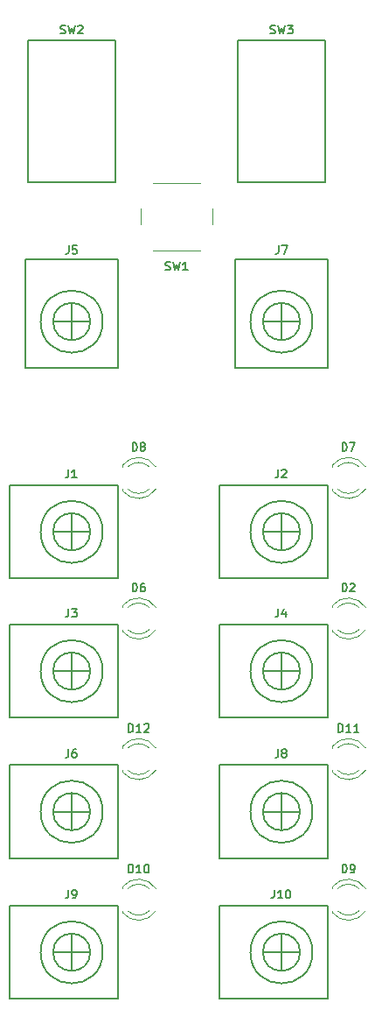
<source format=gbr>
G04 #@! TF.GenerationSoftware,KiCad,Pcbnew,5.0.2-bee76a0~70~ubuntu18.04.1*
G04 #@! TF.CreationDate,2019-01-02T16:22:13+08:00*
G04 #@! TF.ProjectId,Divider,44697669-6465-4722-9e6b-696361645f70,rev?*
G04 #@! TF.SameCoordinates,PX8d9ee20PY6422c40*
G04 #@! TF.FileFunction,Legend,Top*
G04 #@! TF.FilePolarity,Positive*
%FSLAX46Y46*%
G04 Gerber Fmt 4.6, Leading zero omitted, Abs format (unit mm)*
G04 Created by KiCad (PCBNEW 5.0.2-bee76a0~70~ubuntu18.04.1) date Wed Jan  2 16:22:13 2019*
%MOMM*%
%LPD*%
G01*
G04 APERTURE LIST*
%ADD10C,0.150000*%
%ADD11C,0.120000*%
%ADD12C,0.200000*%
G04 APERTURE END LIST*
D10*
G04 #@! TO.C,J10*
X11960000Y-40640000D02*
G75*
G03X11960000Y-40640000I-1800000J0D01*
G01*
X13166659Y-40640000D02*
G75*
G03X13166659Y-40640000I-3006659J0D01*
G01*
X4160000Y-45140000D02*
X14660000Y-45140000D01*
X4160000Y-36140000D02*
X4160000Y-45140000D01*
X14660000Y-36140000D02*
X4160000Y-36140000D01*
X14660000Y-45140000D02*
X14660000Y-36140000D01*
X8360000Y-40640000D02*
X11960000Y-40640000D01*
X10160000Y-38840000D02*
X10160000Y-42440000D01*
D11*
G04 #@! TO.C,SW1*
X2251000Y33719400D02*
X-2249000Y33719400D01*
X3501000Y29719400D02*
X3501000Y31219400D01*
X-2249000Y27219400D02*
X2251000Y27219400D01*
X-3499000Y31219400D02*
X-3499000Y29719400D01*
G04 #@! TO.C,D10*
X-5243000Y-36640000D02*
X-5243000Y-36796000D01*
X-5243000Y-34324000D02*
X-5243000Y-34480000D01*
X-2641870Y-36639837D02*
G75*
G02X-4723961Y-36640000I-1041130J1079837D01*
G01*
X-2641870Y-34480163D02*
G75*
G03X-4723961Y-34480000I-1041130J-1079837D01*
G01*
X-2010665Y-36638608D02*
G75*
G02X-5243000Y-36795516I-1672335J1078608D01*
G01*
X-2010665Y-34481392D02*
G75*
G03X-5243000Y-34324484I-1672335J-1078608D01*
G01*
G04 #@! TO.C,D2*
X18309335Y-7303392D02*
G75*
G03X15077000Y-7146484I-1672335J-1078608D01*
G01*
X18309335Y-9460608D02*
G75*
G02X15077000Y-9617516I-1672335J1078608D01*
G01*
X17678130Y-7302163D02*
G75*
G03X15596039Y-7302000I-1041130J-1079837D01*
G01*
X17678130Y-9461837D02*
G75*
G02X15596039Y-9462000I-1041130J1079837D01*
G01*
X15077000Y-7146000D02*
X15077000Y-7302000D01*
X15077000Y-9462000D02*
X15077000Y-9618000D01*
G04 #@! TO.C,D7*
X15077000Y4127000D02*
X15077000Y3971000D01*
X15077000Y6443000D02*
X15077000Y6287000D01*
X17678130Y4127163D02*
G75*
G02X15596039Y4127000I-1041130J1079837D01*
G01*
X17678130Y6286837D02*
G75*
G03X15596039Y6287000I-1041130J-1079837D01*
G01*
X18309335Y4128392D02*
G75*
G02X15077000Y3971484I-1672335J1078608D01*
G01*
X18309335Y6285608D02*
G75*
G03X15077000Y6442516I-1672335J-1078608D01*
G01*
G04 #@! TO.C,D8*
X-2010665Y6285608D02*
G75*
G03X-5243000Y6442516I-1672335J-1078608D01*
G01*
X-2010665Y4128392D02*
G75*
G02X-5243000Y3971484I-1672335J1078608D01*
G01*
X-2641870Y6286837D02*
G75*
G03X-4723961Y6287000I-1041130J-1079837D01*
G01*
X-2641870Y4127163D02*
G75*
G02X-4723961Y4127000I-1041130J1079837D01*
G01*
X-5243000Y6443000D02*
X-5243000Y6287000D01*
X-5243000Y4127000D02*
X-5243000Y3971000D01*
G04 #@! TO.C,D9*
X15077000Y-36640000D02*
X15077000Y-36796000D01*
X15077000Y-34324000D02*
X15077000Y-34480000D01*
X17678130Y-36639837D02*
G75*
G02X15596039Y-36640000I-1041130J1079837D01*
G01*
X17678130Y-34480163D02*
G75*
G03X15596039Y-34480000I-1041130J-1079837D01*
G01*
X18309335Y-36638608D02*
G75*
G02X15077000Y-36795516I-1672335J1078608D01*
G01*
X18309335Y-34481392D02*
G75*
G03X15077000Y-34324484I-1672335J-1078608D01*
G01*
G04 #@! TO.C,D12*
X-2010665Y-20892392D02*
G75*
G03X-5243000Y-20735484I-1672335J-1078608D01*
G01*
X-2010665Y-23049608D02*
G75*
G02X-5243000Y-23206516I-1672335J1078608D01*
G01*
X-2641870Y-20891163D02*
G75*
G03X-4723961Y-20891000I-1041130J-1079837D01*
G01*
X-2641870Y-23050837D02*
G75*
G02X-4723961Y-23051000I-1041130J1079837D01*
G01*
X-5243000Y-20735000D02*
X-5243000Y-20891000D01*
X-5243000Y-23051000D02*
X-5243000Y-23207000D01*
G04 #@! TO.C,D11*
X15077000Y-23051000D02*
X15077000Y-23207000D01*
X15077000Y-20735000D02*
X15077000Y-20891000D01*
X17678130Y-23050837D02*
G75*
G02X15596039Y-23051000I-1041130J1079837D01*
G01*
X17678130Y-20891163D02*
G75*
G03X15596039Y-20891000I-1041130J-1079837D01*
G01*
X18309335Y-23049608D02*
G75*
G02X15077000Y-23206516I-1672335J1078608D01*
G01*
X18309335Y-20892392D02*
G75*
G03X15077000Y-20735484I-1672335J-1078608D01*
G01*
G04 #@! TO.C,D6*
X-2010665Y-7303392D02*
G75*
G03X-5243000Y-7146484I-1672335J-1078608D01*
G01*
X-2010665Y-9460608D02*
G75*
G02X-5243000Y-9617516I-1672335J1078608D01*
G01*
X-2641870Y-7302163D02*
G75*
G03X-4723961Y-7302000I-1041130J-1079837D01*
G01*
X-2641870Y-9461837D02*
G75*
G02X-4723961Y-9462000I-1041130J1079837D01*
G01*
X-5243000Y-7146000D02*
X-5243000Y-7302000D01*
X-5243000Y-9462000D02*
X-5243000Y-9618000D01*
D10*
G04 #@! TO.C,J4*
X11960000Y-13462000D02*
G75*
G03X11960000Y-13462000I-1800000J0D01*
G01*
X13166659Y-13462000D02*
G75*
G03X13166659Y-13462000I-3006659J0D01*
G01*
X4160000Y-17962000D02*
X14660000Y-17962000D01*
X4160000Y-8962000D02*
X4160000Y-17962000D01*
X14660000Y-8962000D02*
X4160000Y-8962000D01*
X14660000Y-17962000D02*
X14660000Y-8962000D01*
X8360000Y-13462000D02*
X11960000Y-13462000D01*
X10160000Y-11662000D02*
X10160000Y-15262000D01*
G04 #@! TO.C,J1*
X-10160000Y1800000D02*
X-10160000Y-1800000D01*
X-11960000Y0D02*
X-8360000Y0D01*
X-5660000Y-4500000D02*
X-5660000Y4500000D01*
X-5660000Y4500000D02*
X-16160000Y4500000D01*
X-16160000Y4500000D02*
X-16160000Y-4500000D01*
X-16160000Y-4500000D02*
X-5660000Y-4500000D01*
X-7153341Y0D02*
G75*
G03X-7153341Y0I-3006659J0D01*
G01*
X-8360000Y0D02*
G75*
G03X-8360000Y0I-1800000J0D01*
G01*
G04 #@! TO.C,J3*
X-8360000Y-13462000D02*
G75*
G03X-8360000Y-13462000I-1800000J0D01*
G01*
X-7153341Y-13462000D02*
G75*
G03X-7153341Y-13462000I-3006659J0D01*
G01*
X-16160000Y-17962000D02*
X-5660000Y-17962000D01*
X-16160000Y-8962000D02*
X-16160000Y-17962000D01*
X-5660000Y-8962000D02*
X-16160000Y-8962000D01*
X-5660000Y-17962000D02*
X-5660000Y-8962000D01*
X-11960000Y-13462000D02*
X-8360000Y-13462000D01*
X-10160000Y-11662000D02*
X-10160000Y-15262000D01*
G04 #@! TO.C,J5*
X-8360000Y20320000D02*
X-11960000Y20320000D01*
X-10160000Y22120000D02*
X-10160000Y18520000D01*
X-14660000Y15820000D02*
X-5660000Y15820000D01*
X-5660000Y15820000D02*
X-5660000Y26320000D01*
X-5660000Y26320000D02*
X-14660000Y26320000D01*
X-14660000Y26320000D02*
X-14660000Y15820000D01*
X-7153341Y20320000D02*
G75*
G03X-7153341Y20320000I-3006659J0D01*
G01*
X-8360000Y20320000D02*
G75*
G03X-8360000Y20320000I-1800000J0D01*
G01*
G04 #@! TO.C,J6*
X-8360000Y-27051000D02*
G75*
G03X-8360000Y-27051000I-1800000J0D01*
G01*
X-7153341Y-27051000D02*
G75*
G03X-7153341Y-27051000I-3006659J0D01*
G01*
X-16160000Y-31551000D02*
X-5660000Y-31551000D01*
X-16160000Y-22551000D02*
X-16160000Y-31551000D01*
X-5660000Y-22551000D02*
X-16160000Y-22551000D01*
X-5660000Y-31551000D02*
X-5660000Y-22551000D01*
X-11960000Y-27051000D02*
X-8360000Y-27051000D01*
X-10160000Y-25251000D02*
X-10160000Y-28851000D01*
G04 #@! TO.C,J7*
X11960000Y20320000D02*
X8360000Y20320000D01*
X10160000Y22120000D02*
X10160000Y18520000D01*
X5660000Y15820000D02*
X14660000Y15820000D01*
X14660000Y15820000D02*
X14660000Y26320000D01*
X14660000Y26320000D02*
X5660000Y26320000D01*
X5660000Y26320000D02*
X5660000Y15820000D01*
X13166659Y20320000D02*
G75*
G03X13166659Y20320000I-3006659J0D01*
G01*
X11960000Y20320000D02*
G75*
G03X11960000Y20320000I-1800000J0D01*
G01*
G04 #@! TO.C,J8*
X11960000Y-27051000D02*
G75*
G03X11960000Y-27051000I-1800000J0D01*
G01*
X13166659Y-27051000D02*
G75*
G03X13166659Y-27051000I-3006659J0D01*
G01*
X4160000Y-31551000D02*
X14660000Y-31551000D01*
X4160000Y-22551000D02*
X4160000Y-31551000D01*
X14660000Y-22551000D02*
X4160000Y-22551000D01*
X14660000Y-31551000D02*
X14660000Y-22551000D01*
X8360000Y-27051000D02*
X11960000Y-27051000D01*
X10160000Y-25251000D02*
X10160000Y-28851000D01*
G04 #@! TO.C,J9*
X-10160000Y-38840000D02*
X-10160000Y-42440000D01*
X-11960000Y-40640000D02*
X-8360000Y-40640000D01*
X-5660000Y-45140000D02*
X-5660000Y-36140000D01*
X-5660000Y-36140000D02*
X-16160000Y-36140000D01*
X-16160000Y-36140000D02*
X-16160000Y-45140000D01*
X-16160000Y-45140000D02*
X-5660000Y-45140000D01*
X-7153341Y-40640000D02*
G75*
G03X-7153341Y-40640000I-3006659J0D01*
G01*
X-8360000Y-40640000D02*
G75*
G03X-8360000Y-40640000I-1800000J0D01*
G01*
G04 #@! TO.C,J2*
X10160000Y1800000D02*
X10160000Y-1800000D01*
X8360000Y0D02*
X11960000Y0D01*
X14660000Y-4500000D02*
X14660000Y4500000D01*
X14660000Y4500000D02*
X4160000Y4500000D01*
X4160000Y4500000D02*
X4160000Y-4500000D01*
X4160000Y-4500000D02*
X14660000Y-4500000D01*
X13166659Y0D02*
G75*
G03X13166659Y0I-3006659J0D01*
G01*
X11960000Y0D02*
G75*
G03X11960000Y0I-1800000J0D01*
G01*
D12*
G04 #@! TO.C,SW3*
X14360000Y47490000D02*
X5960000Y47490000D01*
X14360000Y33790000D02*
X14360000Y47490000D01*
X5960000Y47490000D02*
X5960000Y33790000D01*
X5960000Y33790000D02*
X14360000Y33790000D01*
G04 #@! TO.C,SW2*
X-14360000Y33790000D02*
X-5960000Y33790000D01*
X-14360000Y47490000D02*
X-14360000Y33790000D01*
X-5960000Y33790000D02*
X-5960000Y47490000D01*
X-5960000Y47490000D02*
X-14360000Y47490000D01*
G04 #@! TO.C,J10*
D10*
X9470380Y-34613904D02*
X9470380Y-35185333D01*
X9432285Y-35299619D01*
X9356095Y-35375809D01*
X9241809Y-35413904D01*
X9165619Y-35413904D01*
X10270380Y-35413904D02*
X9813238Y-35413904D01*
X10041809Y-35413904D02*
X10041809Y-34613904D01*
X9965619Y-34728190D01*
X9889428Y-34804380D01*
X9813238Y-34842476D01*
X10765619Y-34613904D02*
X10841809Y-34613904D01*
X10918000Y-34652000D01*
X10956095Y-34690095D01*
X10994190Y-34766285D01*
X11032285Y-34918666D01*
X11032285Y-35109142D01*
X10994190Y-35261523D01*
X10956095Y-35337714D01*
X10918000Y-35375809D01*
X10841809Y-35413904D01*
X10765619Y-35413904D01*
X10689428Y-35375809D01*
X10651333Y-35337714D01*
X10613238Y-35261523D01*
X10575142Y-35109142D01*
X10575142Y-34918666D01*
X10613238Y-34766285D01*
X10651333Y-34690095D01*
X10689428Y-34652000D01*
X10765619Y-34613904D01*
G04 #@! TO.C,SW1*
X-1066667Y25330191D02*
X-952381Y25292096D01*
X-761905Y25292096D01*
X-685715Y25330191D01*
X-647620Y25368286D01*
X-609524Y25444477D01*
X-609524Y25520667D01*
X-647620Y25596858D01*
X-685715Y25634953D01*
X-761905Y25673048D01*
X-914286Y25711143D01*
X-990477Y25749239D01*
X-1028572Y25787334D01*
X-1066667Y25863524D01*
X-1066667Y25939715D01*
X-1028572Y26015905D01*
X-990477Y26054000D01*
X-914286Y26092096D01*
X-723810Y26092096D01*
X-609524Y26054000D01*
X-342858Y26092096D02*
X-152381Y25292096D01*
X0Y25863524D01*
X152380Y25292096D01*
X342857Y26092096D01*
X1066666Y25292096D02*
X609523Y25292096D01*
X838095Y25292096D02*
X838095Y26092096D01*
X761904Y25977810D01*
X685714Y25901620D01*
X609523Y25863524D01*
G04 #@! TO.C,D10*
X-4654429Y-32961904D02*
X-4654429Y-32161904D01*
X-4463953Y-32161904D01*
X-4349667Y-32200000D01*
X-4273477Y-32276190D01*
X-4235381Y-32352380D01*
X-4197286Y-32504761D01*
X-4197286Y-32619047D01*
X-4235381Y-32771428D01*
X-4273477Y-32847619D01*
X-4349667Y-32923809D01*
X-4463953Y-32961904D01*
X-4654429Y-32961904D01*
X-3435381Y-32961904D02*
X-3892524Y-32961904D01*
X-3663953Y-32961904D02*
X-3663953Y-32161904D01*
X-3740143Y-32276190D01*
X-3816334Y-32352380D01*
X-3892524Y-32390476D01*
X-2940143Y-32161904D02*
X-2863953Y-32161904D01*
X-2787762Y-32200000D01*
X-2749667Y-32238095D01*
X-2711572Y-32314285D01*
X-2673477Y-32466666D01*
X-2673477Y-32657142D01*
X-2711572Y-32809523D01*
X-2749667Y-32885714D01*
X-2787762Y-32923809D01*
X-2863953Y-32961904D01*
X-2940143Y-32961904D01*
X-3016334Y-32923809D01*
X-3054429Y-32885714D01*
X-3092524Y-32809523D01*
X-3130620Y-32657142D01*
X-3130620Y-32466666D01*
X-3092524Y-32314285D01*
X-3054429Y-32238095D01*
X-3016334Y-32200000D01*
X-2940143Y-32161904D01*
G04 #@! TO.C,D2*
X16046523Y-5783904D02*
X16046523Y-4983904D01*
X16237000Y-4983904D01*
X16351285Y-5022000D01*
X16427476Y-5098190D01*
X16465571Y-5174380D01*
X16503666Y-5326761D01*
X16503666Y-5441047D01*
X16465571Y-5593428D01*
X16427476Y-5669619D01*
X16351285Y-5745809D01*
X16237000Y-5783904D01*
X16046523Y-5783904D01*
X16808428Y-5060095D02*
X16846523Y-5022000D01*
X16922714Y-4983904D01*
X17113190Y-4983904D01*
X17189380Y-5022000D01*
X17227476Y-5060095D01*
X17265571Y-5136285D01*
X17265571Y-5212476D01*
X17227476Y-5326761D01*
X16770333Y-5783904D01*
X17265571Y-5783904D01*
G04 #@! TO.C,D7*
X16046523Y7805096D02*
X16046523Y8605096D01*
X16237000Y8605096D01*
X16351285Y8567000D01*
X16427476Y8490810D01*
X16465571Y8414620D01*
X16503666Y8262239D01*
X16503666Y8147953D01*
X16465571Y7995572D01*
X16427476Y7919381D01*
X16351285Y7843191D01*
X16237000Y7805096D01*
X16046523Y7805096D01*
X16770333Y8605096D02*
X17303666Y8605096D01*
X16960809Y7805096D01*
G04 #@! TO.C,D8*
X-4273477Y7805096D02*
X-4273477Y8605096D01*
X-4083000Y8605096D01*
X-3968715Y8567000D01*
X-3892524Y8490810D01*
X-3854429Y8414620D01*
X-3816334Y8262239D01*
X-3816334Y8147953D01*
X-3854429Y7995572D01*
X-3892524Y7919381D01*
X-3968715Y7843191D01*
X-4083000Y7805096D01*
X-4273477Y7805096D01*
X-3359191Y8262239D02*
X-3435381Y8300334D01*
X-3473477Y8338429D01*
X-3511572Y8414620D01*
X-3511572Y8452715D01*
X-3473477Y8528905D01*
X-3435381Y8567000D01*
X-3359191Y8605096D01*
X-3206810Y8605096D01*
X-3130620Y8567000D01*
X-3092524Y8528905D01*
X-3054429Y8452715D01*
X-3054429Y8414620D01*
X-3092524Y8338429D01*
X-3130620Y8300334D01*
X-3206810Y8262239D01*
X-3359191Y8262239D01*
X-3435381Y8224143D01*
X-3473477Y8186048D01*
X-3511572Y8109858D01*
X-3511572Y7957477D01*
X-3473477Y7881286D01*
X-3435381Y7843191D01*
X-3359191Y7805096D01*
X-3206810Y7805096D01*
X-3130620Y7843191D01*
X-3092524Y7881286D01*
X-3054429Y7957477D01*
X-3054429Y8109858D01*
X-3092524Y8186048D01*
X-3130620Y8224143D01*
X-3206810Y8262239D01*
G04 #@! TO.C,D9*
X16046523Y-32961904D02*
X16046523Y-32161904D01*
X16237000Y-32161904D01*
X16351285Y-32200000D01*
X16427476Y-32276190D01*
X16465571Y-32352380D01*
X16503666Y-32504761D01*
X16503666Y-32619047D01*
X16465571Y-32771428D01*
X16427476Y-32847619D01*
X16351285Y-32923809D01*
X16237000Y-32961904D01*
X16046523Y-32961904D01*
X16884619Y-32961904D02*
X17037000Y-32961904D01*
X17113190Y-32923809D01*
X17151285Y-32885714D01*
X17227476Y-32771428D01*
X17265571Y-32619047D01*
X17265571Y-32314285D01*
X17227476Y-32238095D01*
X17189380Y-32200000D01*
X17113190Y-32161904D01*
X16960809Y-32161904D01*
X16884619Y-32200000D01*
X16846523Y-32238095D01*
X16808428Y-32314285D01*
X16808428Y-32504761D01*
X16846523Y-32580952D01*
X16884619Y-32619047D01*
X16960809Y-32657142D01*
X17113190Y-32657142D01*
X17189380Y-32619047D01*
X17227476Y-32580952D01*
X17265571Y-32504761D01*
G04 #@! TO.C,D12*
X-4654429Y-19372904D02*
X-4654429Y-18572904D01*
X-4463953Y-18572904D01*
X-4349667Y-18611000D01*
X-4273477Y-18687190D01*
X-4235381Y-18763380D01*
X-4197286Y-18915761D01*
X-4197286Y-19030047D01*
X-4235381Y-19182428D01*
X-4273477Y-19258619D01*
X-4349667Y-19334809D01*
X-4463953Y-19372904D01*
X-4654429Y-19372904D01*
X-3435381Y-19372904D02*
X-3892524Y-19372904D01*
X-3663953Y-19372904D02*
X-3663953Y-18572904D01*
X-3740143Y-18687190D01*
X-3816334Y-18763380D01*
X-3892524Y-18801476D01*
X-3130620Y-18649095D02*
X-3092524Y-18611000D01*
X-3016334Y-18572904D01*
X-2825858Y-18572904D01*
X-2749667Y-18611000D01*
X-2711572Y-18649095D01*
X-2673477Y-18725285D01*
X-2673477Y-18801476D01*
X-2711572Y-18915761D01*
X-3168715Y-19372904D01*
X-2673477Y-19372904D01*
G04 #@! TO.C,D11*
X15665571Y-19372904D02*
X15665571Y-18572904D01*
X15856047Y-18572904D01*
X15970333Y-18611000D01*
X16046523Y-18687190D01*
X16084619Y-18763380D01*
X16122714Y-18915761D01*
X16122714Y-19030047D01*
X16084619Y-19182428D01*
X16046523Y-19258619D01*
X15970333Y-19334809D01*
X15856047Y-19372904D01*
X15665571Y-19372904D01*
X16884619Y-19372904D02*
X16427476Y-19372904D01*
X16656047Y-19372904D02*
X16656047Y-18572904D01*
X16579857Y-18687190D01*
X16503666Y-18763380D01*
X16427476Y-18801476D01*
X17646523Y-19372904D02*
X17189380Y-19372904D01*
X17417952Y-19372904D02*
X17417952Y-18572904D01*
X17341761Y-18687190D01*
X17265571Y-18763380D01*
X17189380Y-18801476D01*
G04 #@! TO.C,D6*
X-4273477Y-5783904D02*
X-4273477Y-4983904D01*
X-4083000Y-4983904D01*
X-3968715Y-5022000D01*
X-3892524Y-5098190D01*
X-3854429Y-5174380D01*
X-3816334Y-5326761D01*
X-3816334Y-5441047D01*
X-3854429Y-5593428D01*
X-3892524Y-5669619D01*
X-3968715Y-5745809D01*
X-4083000Y-5783904D01*
X-4273477Y-5783904D01*
X-3130620Y-4983904D02*
X-3283000Y-4983904D01*
X-3359191Y-5022000D01*
X-3397286Y-5060095D01*
X-3473477Y-5174380D01*
X-3511572Y-5326761D01*
X-3511572Y-5631523D01*
X-3473477Y-5707714D01*
X-3435381Y-5745809D01*
X-3359191Y-5783904D01*
X-3206810Y-5783904D01*
X-3130620Y-5745809D01*
X-3092524Y-5707714D01*
X-3054429Y-5631523D01*
X-3054429Y-5441047D01*
X-3092524Y-5364857D01*
X-3130620Y-5326761D01*
X-3206810Y-5288666D01*
X-3359191Y-5288666D01*
X-3435381Y-5326761D01*
X-3473477Y-5364857D01*
X-3511572Y-5441047D01*
G04 #@! TO.C,J4*
X9851333Y-7435904D02*
X9851333Y-8007333D01*
X9813238Y-8121619D01*
X9737047Y-8197809D01*
X9622761Y-8235904D01*
X9546571Y-8235904D01*
X10575142Y-7702571D02*
X10575142Y-8235904D01*
X10384666Y-7397809D02*
X10194190Y-7969238D01*
X10689428Y-7969238D01*
G04 #@! TO.C,J1*
X-10468667Y6026096D02*
X-10468667Y5454667D01*
X-10506762Y5340381D01*
X-10582953Y5264191D01*
X-10697239Y5226096D01*
X-10773429Y5226096D01*
X-9668667Y5226096D02*
X-10125810Y5226096D01*
X-9897239Y5226096D02*
X-9897239Y6026096D01*
X-9973429Y5911810D01*
X-10049620Y5835620D01*
X-10125810Y5797524D01*
G04 #@! TO.C,J3*
X-10468667Y-7435904D02*
X-10468667Y-8007333D01*
X-10506762Y-8121619D01*
X-10582953Y-8197809D01*
X-10697239Y-8235904D01*
X-10773429Y-8235904D01*
X-10163905Y-7435904D02*
X-9668667Y-7435904D01*
X-9935334Y-7740666D01*
X-9821048Y-7740666D01*
X-9744858Y-7778761D01*
X-9706762Y-7816857D01*
X-9668667Y-7893047D01*
X-9668667Y-8083523D01*
X-9706762Y-8159714D01*
X-9744858Y-8197809D01*
X-9821048Y-8235904D01*
X-10049620Y-8235904D01*
X-10125810Y-8197809D01*
X-10163905Y-8159714D01*
G04 #@! TO.C,J5*
X-10426667Y27658096D02*
X-10426667Y27086667D01*
X-10464762Y26972381D01*
X-10540953Y26896191D01*
X-10655239Y26858096D01*
X-10731429Y26858096D01*
X-9664762Y27658096D02*
X-10045715Y27658096D01*
X-10083810Y27277143D01*
X-10045715Y27315239D01*
X-9969524Y27353334D01*
X-9779048Y27353334D01*
X-9702858Y27315239D01*
X-9664762Y27277143D01*
X-9626667Y27200953D01*
X-9626667Y27010477D01*
X-9664762Y26934286D01*
X-9702858Y26896191D01*
X-9779048Y26858096D01*
X-9969524Y26858096D01*
X-10045715Y26896191D01*
X-10083810Y26934286D01*
G04 #@! TO.C,J6*
X-10468667Y-21024904D02*
X-10468667Y-21596333D01*
X-10506762Y-21710619D01*
X-10582953Y-21786809D01*
X-10697239Y-21824904D01*
X-10773429Y-21824904D01*
X-9744858Y-21024904D02*
X-9897239Y-21024904D01*
X-9973429Y-21063000D01*
X-10011524Y-21101095D01*
X-10087715Y-21215380D01*
X-10125810Y-21367761D01*
X-10125810Y-21672523D01*
X-10087715Y-21748714D01*
X-10049620Y-21786809D01*
X-9973429Y-21824904D01*
X-9821048Y-21824904D01*
X-9744858Y-21786809D01*
X-9706762Y-21748714D01*
X-9668667Y-21672523D01*
X-9668667Y-21482047D01*
X-9706762Y-21405857D01*
X-9744858Y-21367761D01*
X-9821048Y-21329666D01*
X-9973429Y-21329666D01*
X-10049620Y-21367761D01*
X-10087715Y-21405857D01*
X-10125810Y-21482047D01*
G04 #@! TO.C,J7*
X9893333Y27658096D02*
X9893333Y27086667D01*
X9855238Y26972381D01*
X9779047Y26896191D01*
X9664761Y26858096D01*
X9588571Y26858096D01*
X10198095Y27658096D02*
X10731428Y27658096D01*
X10388571Y26858096D01*
G04 #@! TO.C,J8*
X9851333Y-21024904D02*
X9851333Y-21596333D01*
X9813238Y-21710619D01*
X9737047Y-21786809D01*
X9622761Y-21824904D01*
X9546571Y-21824904D01*
X10346571Y-21367761D02*
X10270380Y-21329666D01*
X10232285Y-21291571D01*
X10194190Y-21215380D01*
X10194190Y-21177285D01*
X10232285Y-21101095D01*
X10270380Y-21063000D01*
X10346571Y-21024904D01*
X10498952Y-21024904D01*
X10575142Y-21063000D01*
X10613238Y-21101095D01*
X10651333Y-21177285D01*
X10651333Y-21215380D01*
X10613238Y-21291571D01*
X10575142Y-21329666D01*
X10498952Y-21367761D01*
X10346571Y-21367761D01*
X10270380Y-21405857D01*
X10232285Y-21443952D01*
X10194190Y-21520142D01*
X10194190Y-21672523D01*
X10232285Y-21748714D01*
X10270380Y-21786809D01*
X10346571Y-21824904D01*
X10498952Y-21824904D01*
X10575142Y-21786809D01*
X10613238Y-21748714D01*
X10651333Y-21672523D01*
X10651333Y-21520142D01*
X10613238Y-21443952D01*
X10575142Y-21405857D01*
X10498952Y-21367761D01*
G04 #@! TO.C,J9*
X-10468667Y-34613904D02*
X-10468667Y-35185333D01*
X-10506762Y-35299619D01*
X-10582953Y-35375809D01*
X-10697239Y-35413904D01*
X-10773429Y-35413904D01*
X-10049620Y-35413904D02*
X-9897239Y-35413904D01*
X-9821048Y-35375809D01*
X-9782953Y-35337714D01*
X-9706762Y-35223428D01*
X-9668667Y-35071047D01*
X-9668667Y-34766285D01*
X-9706762Y-34690095D01*
X-9744858Y-34652000D01*
X-9821048Y-34613904D01*
X-9973429Y-34613904D01*
X-10049620Y-34652000D01*
X-10087715Y-34690095D01*
X-10125810Y-34766285D01*
X-10125810Y-34956761D01*
X-10087715Y-35032952D01*
X-10049620Y-35071047D01*
X-9973429Y-35109142D01*
X-9821048Y-35109142D01*
X-9744858Y-35071047D01*
X-9706762Y-35032952D01*
X-9668667Y-34956761D01*
G04 #@! TO.C,J2*
X9851333Y6026096D02*
X9851333Y5454667D01*
X9813238Y5340381D01*
X9737047Y5264191D01*
X9622761Y5226096D01*
X9546571Y5226096D01*
X10194190Y5949905D02*
X10232285Y5988000D01*
X10308476Y6026096D01*
X10498952Y6026096D01*
X10575142Y5988000D01*
X10613238Y5949905D01*
X10651333Y5873715D01*
X10651333Y5797524D01*
X10613238Y5683239D01*
X10156095Y5226096D01*
X10651333Y5226096D01*
G04 #@! TO.C,SW3*
X9093333Y48190191D02*
X9207619Y48152096D01*
X9398095Y48152096D01*
X9474285Y48190191D01*
X9512380Y48228286D01*
X9550476Y48304477D01*
X9550476Y48380667D01*
X9512380Y48456858D01*
X9474285Y48494953D01*
X9398095Y48533048D01*
X9245714Y48571143D01*
X9169523Y48609239D01*
X9131428Y48647334D01*
X9093333Y48723524D01*
X9093333Y48799715D01*
X9131428Y48875905D01*
X9169523Y48914000D01*
X9245714Y48952096D01*
X9436190Y48952096D01*
X9550476Y48914000D01*
X9817142Y48952096D02*
X10007619Y48152096D01*
X10160000Y48723524D01*
X10312380Y48152096D01*
X10502857Y48952096D01*
X10731428Y48952096D02*
X11226666Y48952096D01*
X10960000Y48647334D01*
X11074285Y48647334D01*
X11150476Y48609239D01*
X11188571Y48571143D01*
X11226666Y48494953D01*
X11226666Y48304477D01*
X11188571Y48228286D01*
X11150476Y48190191D01*
X11074285Y48152096D01*
X10845714Y48152096D01*
X10769523Y48190191D01*
X10731428Y48228286D01*
G04 #@! TO.C,SW2*
X-11226667Y48190191D02*
X-11112381Y48152096D01*
X-10921905Y48152096D01*
X-10845715Y48190191D01*
X-10807620Y48228286D01*
X-10769524Y48304477D01*
X-10769524Y48380667D01*
X-10807620Y48456858D01*
X-10845715Y48494953D01*
X-10921905Y48533048D01*
X-11074286Y48571143D01*
X-11150477Y48609239D01*
X-11188572Y48647334D01*
X-11226667Y48723524D01*
X-11226667Y48799715D01*
X-11188572Y48875905D01*
X-11150477Y48914000D01*
X-11074286Y48952096D01*
X-10883810Y48952096D01*
X-10769524Y48914000D01*
X-10502858Y48952096D02*
X-10312381Y48152096D01*
X-10160000Y48723524D01*
X-10007620Y48152096D01*
X-9817143Y48952096D01*
X-9550477Y48875905D02*
X-9512381Y48914000D01*
X-9436191Y48952096D01*
X-9245715Y48952096D01*
X-9169524Y48914000D01*
X-9131429Y48875905D01*
X-9093334Y48799715D01*
X-9093334Y48723524D01*
X-9131429Y48609239D01*
X-9588572Y48152096D01*
X-9093334Y48152096D01*
G04 #@! TD*
M02*

</source>
